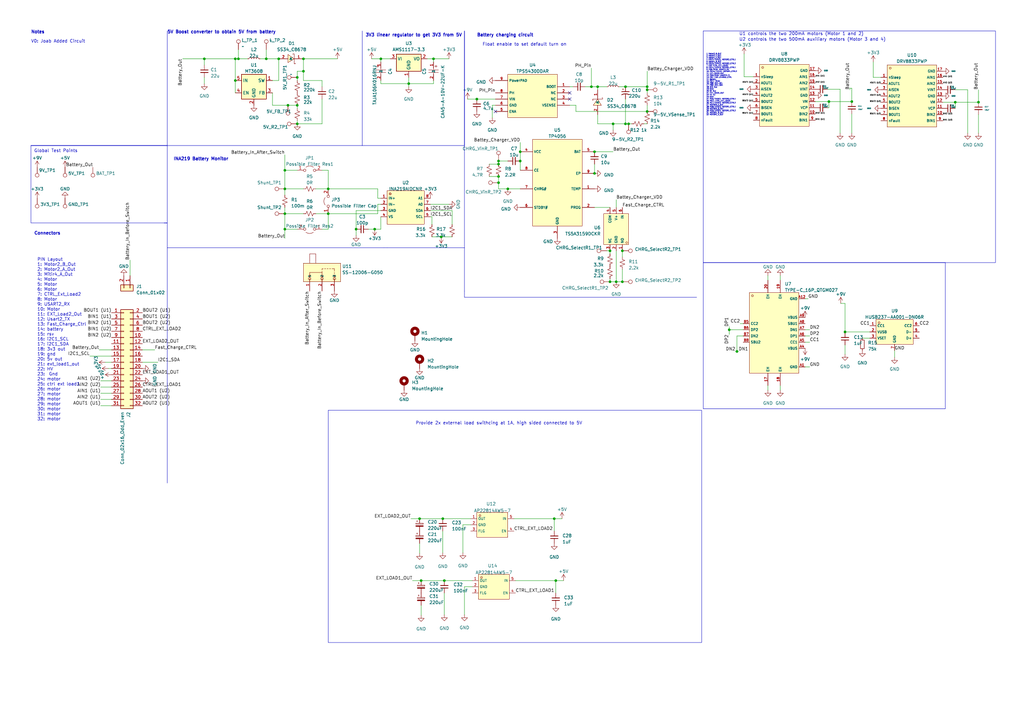
<source format=kicad_sch>
(kicad_sch (version 20230121) (generator eeschema)
  (paper "A3")
  (title_block (title "EEE3088F Micro Mouse Project") (date "2025-03-26") (rev "V0.0") (company "University Of Cape Town") (comment 3 "@author: Joab Kloppers: KLPJOA002") (comment 4 "@author: Alex Hillman: HLLALE010"))
  (junction (at 204.47 72.39))
  (junction (at 299.085 135.255))
  (junction (at 213.36 66.04))
  (junction (at 255.27 115.57))
  (junction (at 116.84 87.63))
  (junction (at 116.84 69.85))
  (junction (at 391.795 41.91))
  (junction (at 245.11 35.56))
  (junction (at 124.46 29.21))
  (junction (at 180.975 97.155))
  (junction (at 250.19 115.57))
  (junction (at 118.11 43.18))
  (junction (at 242.57 35.56))
  (junction (at 255.27 102.87))
  (junction (at 302.26 144.145))
  (junction (at 121.92 31.75))
  (junction (at 181.61 212.725))
  (junction (at 114.3 24.13))
  (junction (at 134.62 77.47))
  (junction (at 252.73 115.57))
  (junction (at 213.36 62.23))
  (junction (at 204.47 66.04))
  (junction (at 227.965 238.125))
  (junction (at 204.47 74.93))
  (junction (at 256.54 50.8))
  (junction (at 134.62 87.63))
  (junction (at 250.19 102.87))
  (junction (at 116.84 93.98))
  (junction (at 172.085 212.725))
  (junction (at 116.84 77.47))
  (junction (at 182.245 238.125))
  (junction (at 153.67 93.98))
  (junction (at 208.28 77.47))
  (junction (at 167.64 34.29))
  (junction (at 346.583 136.144))
  (junction (at 257.81 50.8))
  (junction (at 401.32 41.91))
  (junction (at 204.47 67.31))
  (junction (at 256.54 35.56))
  (junction (at 177.8 24.13))
  (junction (at 109.22 24.13))
  (junction (at 243.84 62.23))
  (junction (at 265.43 35.56))
  (junction (at 251.46 50.8))
  (junction (at 265.43 36.83))
  (junction (at 243.84 71.12))
  (junction (at 195.58 40.64))
  (junction (at 96.52 24.13))
  (junction (at 97.79 24.13))
  (junction (at 172.72 238.125))
  (junction (at 121.92 43.18))
  (junction (at 339.979 41.656))
  (junction (at 146.05 93.98))
  (junction (at 227.33 212.725))
  (junction (at 124.46 24.13))
  (junction (at 96.52 33.02))
  (junction (at 83.82 24.13))
  (junction (at 121.92 50.8))
  (junction (at 156.21 24.13))
  (junction (at 349.377 41.656))
  (junction (at 265.43 45.72))
  (no_connect (at 233.68 40.64))
  (no_connect (at 203.2 45.72))
  (no_connect (at 233.68 38.1))
  (wire (pts (xy 227.33 212.725) (xy 227.33 217.805)))
  (wire (pts (xy 358.14 31.75) (xy 361.315 31.75)))
  (wire (pts (xy 181.61 212.725) (xy 193.04 212.725)))
  (wire (pts (xy 256.54 50.8) (xy 257.81 50.8)))
  (wire (pts (xy 299.085 135.255) (xy 299.085 137.16)))
  (wire (pts (xy 349.377 36.195) (xy 349.377 41.656)))
  (wire (pts (xy 44.45 151.13) (xy 45.72 151.13)))
  (wire (pts (xy 348.615 36.195) (xy 349.377 36.195)))
  (wire (pts (xy 58.42 143.51) (xy 63.5 143.51)))
  (wire (pts (xy 349.377 46.736) (xy 349.377 54.61)))
  (wire (pts (xy 250.19 115.57) (xy 252.73 115.57)))
  (wire (pts (xy 156.21 81.28) (xy 154.94 81.28)))
  (wire (pts (xy 121.92 93.98) (xy 116.84 93.98)))
  (wire (pts (xy 314.96 160.02) (xy 314.96 158.115)))
  (wire (pts (xy 106.68 24.13) (xy 109.22 24.13)))
  (wire (pts (xy 134.62 87.63) (xy 134.62 93.98)))
  (wire (pts (xy 114.3 33.02) (xy 114.3 24.13)))
  (wire (pts (xy 146.05 86.36) (xy 146.05 93.98)))
  (wire (pts (xy 210.82 212.725) (xy 227.33 212.725)))
  (wire (pts (xy 236.22 43.18) (xy 233.68 43.18)))
  (wire (pts (xy 134.62 69.85) (xy 132.08 69.85)))
  (wire (pts (xy 299.085 133.985) (xy 299.085 135.255)))
  (wire (pts (xy 96.52 33.02) (xy 96.52 38.1)))
  (wire (pts (xy 242.57 27.94) (xy 242.57 35.56)))
  (wire (pts (xy 41.275 163.83) (xy 45.72 163.83)))
  (wire (pts (xy 346.583 136.398) (xy 346.583 136.144)))
  (wire (pts (xy 156.21 83.82) (xy 154.94 83.82)))
  (wire (pts (xy 339.979 44.196) (xy 339.979 41.656)))
  (wire (pts (xy 233.68 35.56) (xy 234.95 35.56)))
  (wire (pts (xy 255.27 105.41) (xy 255.27 102.87)))
  (wire (pts (xy 386.715 41.91) (xy 391.795 41.91)))
  (wire (pts (xy 132.08 33.02) (xy 124.46 33.02)))
  (wire (pts (xy 185.42 86.36) (xy 176.53 86.36)))
  (wire (pts (xy 245.11 35.56) (xy 245.11 36.83)))
  (wire (pts (xy 124.46 77.47) (xy 116.84 77.47)))
  (wire (pts (xy 348.615 36.83) (xy 348.615 36.195)))
  (polyline (pts (xy 158.75 101.6) (xy 190.5 101.6)))
  (wire (pts (xy 227.33 212.725) (xy 230.505 212.725)))
  (polyline (pts (xy 190.5 101.6) (xy 190.5 121.92)))
  (wire (pts (xy 40.64 143.51) (xy 45.72 143.51)))
  (wire (pts (xy 204.47 72.39) (xy 204.47 74.93)))
  (wire (pts (xy 134.62 77.47) (xy 134.62 69.85)))
  (wire (pts (xy 265.43 29.21) (xy 265.43 35.56)))
  (wire (pts (xy 177.165 88.9) (xy 176.53 88.9)))
  (wire (pts (xy 74.93 24.13) (xy 83.82 24.13)))
  (wire (pts (xy 320.04 160.02) (xy 320.04 158.115)))
  (wire (pts (xy 132.08 33.02) (xy 132.08 35.56)))
  (wire (pts (xy 401.32 36.83) (xy 401.32 41.91)))
  (wire (pts (xy 185.42 92.075) (xy 185.42 86.36)))
  (wire (pts (xy 134.62 77.47) (xy 129.54 77.47)))
  (wire (pts (xy 134.62 93.98) (xy 132.08 93.98)))
  (wire (pts (xy 330.2 150.495) (xy 332.105 150.495)))
  (wire (pts (xy 58.42 148.59) (xy 64.77 148.59)))
  (wire (pts (xy 189.865 215.265) (xy 189.865 226.695)))
  (wire (pts (xy 255.27 110.49) (xy 255.27 115.57)))
  (wire (pts (xy 302.895 144.145) (xy 302.26 144.145)))
  (wire (pts (xy 96.52 24.13) (xy 96.52 33.02)))
  (wire (pts (xy 184.15 83.82) (xy 176.53 83.82)))
  (wire (pts (xy 97.79 24.13) (xy 101.6 24.13)))
  (wire (pts (xy 330.2 135.255) (xy 332.105 135.255)))
  (wire (pts (xy 240.03 35.56) (xy 242.57 35.56)))
  (wire (pts (xy 175.26 24.13) (xy 177.8 24.13)))
  (wire (pts (xy 124.46 87.63) (xy 116.84 87.63)))
  (wire (pts (xy 208.28 66.04) (xy 204.47 66.04)))
  (wire (pts (xy 156.21 93.98) (xy 156.21 88.9)))
  (wire (pts (xy 177.8 24.13) (xy 177.8 25.4)))
  (wire (pts (xy 245.11 50.8) (xy 251.46 50.8)))
  (wire (pts (xy 251.46 50.8) (xy 256.54 50.8)))
  (wire (pts (xy 121.92 31.75) (xy 121.92 29.21)))
  (wire (pts (xy 152.4 24.13) (xy 156.21 24.13)))
  (wire (pts (xy 181.61 217.805) (xy 181.61 226.695)))
  (wire (pts (xy 154.94 83.82) (xy 154.94 87.63)))
  (wire (pts (xy 182.245 243.205) (xy 182.245 252.095)))
  (wire (pts (xy 396.875 36.83) (xy 396.875 54.61)))
  (wire (pts (xy 156.21 24.13) (xy 156.21 25.4)))
  (wire (pts (xy 124.46 24.13) (xy 124.46 29.21)))
  (wire (pts (xy 121.92 69.85) (xy 116.84 69.85)))
  (wire (pts (xy 109.22 20.32) (xy 109.22 24.13)))
  (wire (pts (xy 302.26 137.795) (xy 302.26 144.145)))
  (wire (pts (xy 41.275 156.21) (xy 45.72 156.21)))
  (wire (pts (xy 151.13 93.98) (xy 153.67 93.98)))
  (wire (pts (xy 116.84 93.98) (xy 116.84 87.63)))
  (wire (pts (xy 167.64 31.75) (xy 167.64 34.29)))
  (wire (pts (xy 250.19 115.57) (xy 250.19 114.3)))
  (wire (pts (xy 250.19 104.14) (xy 250.19 102.87)))
  (wire (pts (xy 208.28 77.47) (xy 204.47 77.47)))
  (wire (pts (xy 346.583 136.144) (xy 356.743 136.144)))
  (wire (pts (xy 264.16 50.8) (xy 265.43 50.8)))
  (wire (pts (xy 366.903 143.764) (xy 366.903 146.558)))
  (wire (pts (xy 124.46 33.02) (xy 124.46 29.21)))
  (wire (pts (xy 243.84 62.23) (xy 251.46 62.23)))
  (polyline (pts (xy 190.5 121.92) (xy 285.75 121.92)))
  (polyline (pts (xy 190.5 12.7) (xy 190.5 59.69)))
  (wire (pts (xy 167.64 34.29) (xy 167.64 35.56)))
  (wire (pts (xy 257.81 50.8) (xy 259.08 50.8)))
  (wire (pts (xy 236.22 45.72) (xy 236.22 43.18)))
  (wire (pts (xy 339.979 41.656) (xy 349.377 41.656)))
  (wire (pts (xy 111.76 43.18) (xy 111.76 38.1)))
  (wire (pts (xy 211.455 238.125) (xy 227.965 238.125)))
  (polyline (pts (xy 148.59 59.69) (xy 148.59 12.7)))
  (wire (pts (xy 265.43 43.18) (xy 265.43 45.72)))
  (wire (pts (xy 391.795 41.91) (xy 401.32 41.91)))
  (wire (pts (xy 301.625 144.145) (xy 302.26 144.145)))
  (wire (pts (xy 83.82 31.75) (xy 83.82 34.29)))
  (wire (pts (xy 200.66 67.31) (xy 204.47 67.31)))
  (wire (pts (xy 146.05 93.98) (xy 146.05 96.52)))
  (wire (pts (xy 109.22 24.13) (xy 114.3 24.13)))
  (polyline (pts (xy 190.5 59.69) (xy 190.5 101.6)))
  (wire (pts (xy 53.34 106.68) (xy 53.34 113.03)))
  (wire (pts (xy 156.21 34.29) (xy 167.64 34.29)))
  (wire (pts (xy 116.84 63.5) (xy 116.84 69.85)))
  (wire (pts (xy 124.46 29.21) (xy 121.92 29.21)))
  (wire (pts (xy 83.82 26.67) (xy 83.82 24.13)))
  (wire (pts (xy 172.72 248.285) (xy 172.72 252.349)))
  (polyline (pts (xy 157.48 101.6) (xy 68.58 101.6)))
  (wire (pts (xy 172.72 238.125) (xy 182.245 238.125)))
  (wire (pts (xy 201.93 48.26) (xy 201.93 43.18)))
  (polyline (pts (xy 68.58 59.69) (xy 148.59 59.69)))
  (wire (pts (xy 265.43 38.1) (xy 265.43 36.83)))
  (wire (pts (xy 227.965 238.125) (xy 227.965 243.205)))
  (wire (pts (xy 121.92 44.45) (xy 121.92 43.18)))
  (wire (pts (xy 83.82 24.13) (xy 96.52 24.13)))
  (wire (pts (xy 118.11 43.18) (xy 111.76 43.18)))
  (wire (pts (xy 156.21 33.02) (xy 156.21 34.29)))
  (wire (pts (xy 252.73 81.915) (xy 252.73 85.09)))
  (wire (pts (xy 265.43 36.83) (xy 265.43 35.56)))
  (wire (pts (xy 190.5 240.665) (xy 190.5 252.095)))
  (wire (pts (xy 200.66 72.39) (xy 204.47 72.39)))
  (wire (pts (xy 43.18 148.59) (xy 45.72 148.59)))
  (wire (pts (xy 121.92 31.75) (xy 121.92 33.02)))
  (wire (pts (xy 204.47 66.04) (xy 204.47 67.31)))
  (wire (pts (xy 242.57 35.56) (xy 245.11 35.56)))
  (wire (pts (xy 401.32 46.99) (xy 401.32 54.61)))
  (wire (pts (xy 339.471 44.196) (xy 339.979 44.196)))
  (wire (pts (xy 121.92 49.53) (xy 121.92 50.8)))
  (wire (pts (xy 302.26 137.795) (xy 304.8 137.795)))
  (wire (pts (xy 177.165 97.155) (xy 180.975 97.155)))
  (wire (pts (xy 182.245 238.125) (xy 193.675 238.125)))
  (wire (pts (xy 172.085 212.725) (xy 181.61 212.725)))
  (wire (pts (xy 111.76 33.02) (xy 114.3 33.02)))
  (polyline (pts (xy 148.59 59.69) (xy 190.5 59.69)))
  (wire (pts (xy 320.04 113.03) (xy 320.04 114.935)))
  (wire (pts (xy 201.93 43.18) (xy 203.2 43.18)))
  (wire (pts (xy 227.965 238.125) (xy 231.14 238.125)))
  (polyline (pts (xy 68.58 12.7) (xy 68.58 59.69)))
  (wire (pts (xy 245.11 35.56) (xy 248.92 35.56)))
  (wire (pts (xy 213.36 62.23) (xy 213.36 66.04)))
  (wire (pts (xy 116.84 77.47) (xy 116.84 80.01)))
  (wire (pts (xy 208.28 77.47) (xy 213.36 77.47)))
  (wire (pts (xy 168.529 212.725) (xy 172.085 212.725)))
  (wire (pts (xy 154.94 77.47) (xy 154.94 81.28)))
  (wire (pts (xy 154.94 87.63) (xy 134.62 87.63)))
  (wire (pts (xy 41.275 158.75) (xy 45.72 158.75)))
  (wire (pts (xy 146.05 86.36) (xy 156.21 86.36)))
  (wire (pts (xy 330.2 137.795) (xy 332.105 137.795)))
  (wire (pts (xy 344.551 36.576) (xy 344.551 54.61)))
  (wire (pts (xy 204.47 74.93) (xy 204.47 77.47)))
  (wire (pts (xy 346.583 141.478) (xy 346.583 145.288)))
  (wire (pts (xy 36.83 146.05) (xy 45.72 146.05)))
  (wire (pts (xy 191.77 40.64) (xy 195.58 40.64)))
  (wire (pts (xy 248.92 102.87) (xy 250.19 102.87)))
  (wire (pts (xy 116.84 93.98) (xy 116.84 97.79)))
  (wire (pts (xy 134.62 87.63) (xy 129.54 87.63)))
  (wire (pts (xy 156.21 24.13) (xy 160.02 24.13)))
  (wire (pts (xy 252.73 115.57) (xy 255.27 115.57)))
  (polyline (pts (xy 157.48 101.6) (xy 158.75 101.6)))
  (wire (pts (xy 236.22 45.72) (xy 265.43 45.72)))
  (wire (pts (xy 391.795 44.45) (xy 391.795 41.91)))
  (wire (pts (xy 189.865 215.265) (xy 193.04 215.265)))
  (wire (pts (xy 121.92 50.8) (xy 132.08 50.8)))
  (wire (pts (xy 190.5 240.665) (xy 193.675 240.665)))
  (wire (pts (xy 339.471 36.576) (xy 344.551 36.576)))
  (wire (pts (xy 344.805 124.46) (xy 346.583 124.46)))
  (wire (pts (xy 169.164 238.125) (xy 172.72 238.125)))
  (wire (pts (xy 177.8 24.13) (xy 184.15 24.13)))
  (wire (pts (xy 116.84 85.09) (xy 116.84 87.63)))
  (polyline (pts (xy 12.7 59.69) (xy 68.58 59.69)))
  (wire (pts (xy 41.275 161.29) (xy 45.72 161.29)))
  (wire (pts (xy 251.46 50.8) (xy 251.46 53.34)))
  (polyline (pts (xy 67.31 91.44) (xy 68.58 91.44)))
  (wire (pts (xy 153.67 93.98) (xy 156.21 93.98)))
  (wire (pts (xy 96.52 24.13) (xy 97.79 24.13)))
  (wire (pts (xy 177.8 34.29) (xy 177.8 33.02)))
  (wire (pts (xy 180.975 97.155) (xy 185.42 97.155)))
  (polyline (pts (xy 68.58 101.6) (xy 68.58 198.12)))
  (wire (pts (xy 252.73 102.87) (xy 252.73 115.57)))
  (wire (pts (xy 314.96 113.03) (xy 314.96 114.935)))
  (wire (pts (xy 124.46 24.13) (xy 138.43 24.13)))
  (wire (pts (xy 391.795 36.83) (xy 396.875 36.83)))
  (wire (pts (xy 303.53 132.715) (xy 304.8 132.715)))
  (wire (pts (xy 256.54 35.56) (xy 265.43 35.56)))
  (wire (pts (xy 132.08 40.64) (xy 132.08 50.8)))
  (wire (pts (xy 353.695 138.684) (xy 356.743 138.684)))
  (wire (pts (xy 213.36 58.42) (xy 213.36 62.23)))
  (wire (pts (xy 299.085 135.255) (xy 304.8 135.255)))
  (wire (pts (xy 243.84 67.31) (xy 243.84 71.12)))
  (wire (pts (xy 213.36 66.04) (xy 213.36 69.85)))
  (wire (pts (xy 116.84 69.85) (xy 116.84 77.47)))
  (wire (pts (xy 305.181 31.496) (xy 305.181 22.098)))
  (wire (pts (xy 308.991 31.496) (xy 305.181 31.496)))
  (polyline (pts (xy 190.5 59.69) (xy 190.5 12.7)))
  (wire (pts (xy 118.11 43.18) (xy 121.92 43.18)))
  (wire (pts (xy 154.94 77.47) (xy 134.62 77.47)))
  (wire (pts (xy 330.2 140.335) (xy 332.105 140.335)))
  (wire (pts (xy 41.275 166.37) (xy 45.72 166.37)))
  (wire (pts (xy 195.58 40.64) (xy 203.2 40.64)))
  (wire (pts (xy 177.165 92.075) (xy 177.165 88.9)))
  (wire (pts (xy 243.84 85.09) (xy 250.19 85.09)))
  (wire (pts (xy 97.79 20.32) (xy 97.79 24.13)))
  (polyline (pts (xy 68.58 101.6) (xy 68.58 91.44)))
  (wire (pts (xy 245.11 46.99) (xy 245.11 50.8)))
  (wire (pts (xy 334.391 41.656) (xy 339.979 41.656)))
  (wire (pts (xy 346.583 124.46) (xy 346.583 136.144)))
  (wire (pts (xy 167.64 34.29) (xy 177.8 34.29)))
  (wire (pts (xy 172.085 222.885) (xy 172.085 226.949)))
  (wire (pts (xy 254 35.56) (xy 256.54 35.56)))
  (wire (pts (xy 256.54 40.64) (xy 256.54 50.8)))
  (wire (pts (xy 330.2 122.555) (xy 331.47 122.555)))
  (wire (pts (xy 358.14 25.4) (xy 358.14 31.75)))
  (rectangle (start 12.7 59.69) (end 68.58 91.44))
  (arc (start 190.5 119.38) (mid 190.5 119.38) (end 190.5 119.38))
  (rectangle (start 134.62 168.275) (end 287.782 263.525))
  (rectangle (start 288.417 12.7) (end 408.305 107.696))
  (rectangle (start 288.417 107.696) (end 387.731 167.64))
  (text "5V Boost converter to obtain 5V from battery\n" (at 68.58 13.97 0) (effects (font (size 1.27 1.27) (thickness 0.254) bold) (justify left bottom)))
  (text "V0: Joab Added Circuit\n" (at 12.7 17.78 0) (effects (font (size 1.27 1.27)) (justify left bottom)))
  (text "1 Motor2_B_OUT\n2 Motor2_A_OUT\n3 Motor4_A_OUT\n4 PD12/TIM4C1 MOTOR2_CTRL1\n5 Motor4_B_OUT\n6 PD13/TIM4C2 MOTOR2_CTRL2\n7 PD2 CTRL_EXT_LOAD2\n8 PD14/TIM4C3 MOTOR4_CTRL1\n9 PD6/RESV USART2_RX\n10 PD15/TIM4C4 MOTOR4_CTRL2\n11 EXT_LOAD2_OUT\n12 PD5/RESV USART2_TX\n13 PB4 FAST_CHARGE_CTRL\n14 Battery\n15 PD7/ RESV\n16 PB8 I2C1_SCL\n17 PB9 I2C1_SDA\n18 3V3 Out\n19 GND\n20 5V Out\n21 EXT_LOAD1_OUT\n22 HV HV\n23 GND\n24 PC6/TIM3C1 MOTOR3_CTRL1\n25 PD11 CTRL_EXT_LOAD1\n26 PC7/TIM3C2 MOTOR3_CTRL2\n27 MOTOR3_A_OUT\n28 PC8/TIM3C3 MOTOR1_CTRL1\n29 MOTOR3_B_OUT\n30 PC9/TIM3C4 MOTOR1_CTRL2\n31 MOTOR1_B_OUT\n32 MOTOR1_A_OUT" (at 289.687 47.498 0) (effects (font (size 0.5 0.5)) (justify left bottom)))
  (text "Battery charging circuit\n" (at 195.58 15.24 0) (effects (font (size 1.27 1.27) (thickness 0.254) bold) (justify left bottom)))
  (text "PIN Layout\n1: Motor2_B_Out\n2: Motor2_A_Out\n3: Mitir4_A_Out\n4: Motor\n5: Motor\n6: Motor\n7: CTRL_Ext_Load2\n8: Motor\n9: USART2_RX\n10: Motor\n11: EXT_Load2_Out\n12: Usart2_TX\n13: Fast_Charge_Ctrl\n14: battery\n15: rsv\n16: i2C1_SCL\n17: i2C1_SDA\n18: 3v3 out\n19: gnd\n20: 5v out\n21: ext_load1_out\n22: HV\n23:	Gnd\n24: motor\n25: ctrl ext load1\n26: motor\n27: motor\n28: motor\n29: motor\n30: motor\n31: motor\n32: motor" (at 15.24 172.72 0) (effects (font (size 1.27 1.27)) (justify left bottom)))
  (text "INA219 Battery Monitor\n" (at 71.12 66.04 0) (effects (font (size 1.27 1.27) (thickness 0.254) bold) (justify left bottom)))
  (text "Float enable to set default turn on\n" (at 232.41 19.05 0) (effects (font (size 1.27 1.27)) (justify right bottom)))
  (text "Connectors" (at 13.97 96.52 0) (effects (font (size 1.27 1.27) bold) (justify left bottom)))
  (text "Provide 2x external load swithcing at 1A, high sided connected to 5V" (at 170.434 174.371 0) (effects (font (size 1.27 1.27)) (justify left bottom)))
  (text "U1 controls the two 200mA motors (Motor 1 and 2)\n" (at 303.149 14.732 0) (effects (font (size 1.27 1.27)) (justify left bottom)))
  (text "Global Test Points\n\n" (at 13.97 64.77 0) (effects (font (size 1.27 1.27)) (justify left bottom)))
  (text "U2 controls the two 500mA auxiliary motors (Motor 3 and 4)\n" (at 303.149 17.018 0) (effects (font (size 1.27 1.27)) (justify left bottom)))
  (text "3V3 linear regulator to get 3V3 from 5V\n" (at 149.86 15.24 0) (effects (font (size 1.27 1.27) (thickness 0.254) bold) (justify left bottom)))
  (text "Notes\n" (at 12.7 13.97 0) (effects (font (size 1.27 1.27) (thickness 0.254) bold) (justify left bottom)))
  (label "AIN2 (U1)" (at 334.391 34.036 0) (effects (font (size 0.5 0.5))))
  (label "CC2" (at 377.063 133.604 0))
  (label "DN1" (at 302.895 144.145 0))
  (label "GND" (at 332.105 150.495 0))
  (label "Battery_In_After_Switch" (at 127 119.38 270))
  (label "BIN1 (U1)" (at 334.391 49.276 0) (effects (font (size 0.5 0.5))))
  (label "AOUT2 (U2)" (at 361.315 39.37 180) (effects (font (size 0.5 0.5))))
  (label "AIN1 (U1)" (at 334.391 31.496 0) (effects (font (size 0.5 0.5))))
  (label "EXT_LOAD1_OUT" (at 58.42 153.67 0))
  (label "CTRL_EXT_LOAD2" (at 58.42 135.89 0))
  (label "PH_Pin" (at 203.2 38.1 180))
  (label "BOUT1 (U2)" (at 361.315 46.99 180) (effects (font (size 0.5 0.5))))
  (label "PH_Pin" (at 242.57 27.94 180))
  (label "AOUT1 (U1)" (at 41.275 166.37 180))
  (label "I2C1_SCL" (at 36.83 146.05 180))
  (label "EXT_LOAD2_OUT" (at 168.529 212.725 180))
  (label "AOUT1 (U2)" (at 58.42 161.29 0))
  (label "BOUT2 (U1)" (at 308.991 41.656 180) (effects (font (size 0.5 0.5))))
  (label "BIN1 (U2)" (at 386.715 49.53 0) (effects (font (size 0.5 0.5))))
  (label "BIN2 (U2)" (at 386.715 46.99 0) (effects (font (size 0.5 0.5))))
  (label "CC2" (at 303.53 132.715 180))
  (label "DP2" (at 299.085 137.16 270))
  (label "BOUT2 (U2)" (at 58.42 133.35 0))
  (label "CC1" (at 332.105 140.335 0))
  (label "DN2" (at 332.105 135.255 0))
  (label "BOUT1 (U2)" (at 58.42 130.81 0))
  (label "Battery_In_After_Switch" (at 116.84 63.5 180))
  (label "AIN1 (U1)" (at 41.275 161.29 180))
  (label "Battery_Out" (at 40.64 143.51 180))
  (label "BOUT1 (U1)" (at 308.991 46.736 180) (effects (font (size 0.5 0.5))))
  (label "EXT_LOAD1_OUT" (at 169.164 238.125 180))
  (label "BOUT1 (U1)" (at 45.72 128.27 180))
  (label "CC1" (at 356.743 133.604 180))
  (label "Fast_Charge_CTRL" (at 255.27 85.09 0))
  (label "GND" (at 331.47 122.555 0))
  (label "AIN2 (U2)" (at 386.715 34.29 0) (effects (font (size 0.5 0.5))))
  (label "AIN2 (U2)" (at 41.275 158.75 180))
  (label "Battery_Out" (at 251.46 62.23 0))
  (label "I2C1_SCL" (at 176.53 88.9 0))
  (label "Battey_Charger_VDD" (at 213.36 58.42 180))
  (label "CTRL_EXT_LOAD1" (at 58.42 158.75 0))
  (label "Battey_Charger_VDD" (at 265.43 29.21 0))
  (label "Battery_Out" (at 116.84 97.79 180))
  (label "AOUT2 (U1)" (at 308.991 39.116 180) (effects (font (size 0.5 0.5))))
  (label "Battery_Out" (at 38.1 68.58 180))
  (label "Battery_Out" (at 348.615 36.83 90))
  (label "AOUT1 (U1)" (at 308.991 34.036 180) (effects (font (size 0.5 0.5))))
  (label "AIN1 (U2)" (at 386.715 31.75 0) (effects (font (size 0.5 0.5))))
  (label "Battey_Charger_VDD" (at 252.73 81.915 0))
  (label "Battery_In_Before_Switch" (at 132.08 119.38 270))
  (label "Battery_In_Before_Switch" (at 53.34 106.68 90))
  (label "GND" (at 366.903 143.764 0))
  (label "Battery_Out" (at 401.32 36.83 90))
  (label "AOUT2 (U2)" (at 58.42 163.83 0))
  (label "CTRL_EXT_LOAD1" (at 211.455 243.205 0))
  (label "I2C1_SDA" (at 64.77 148.59 0))
  (label "DP1" (at 299.085 133.985 90))
  (label "DN2" (at 301.625 144.145 180))
  (label "I2C1_SDA" (at 176.53 86.36 0))
  (label "Battery_Out" (at 74.93 24.13 270))
  (label "BIN2 (U1)" (at 334.391 46.736 0) (effects (font (size 0.5 0.5))))
  (label "DP2" (at 332.105 137.795 0))
  (label "AOUT1 (U2)" (at 361.315 34.29 180) (effects (font (size 0.5 0.5))))
  (label "AIN2 (U1)" (at 41.275 163.83 180))
  (label "BIN2 (U1)" (at 45.72 133.35 180))
  (label "CTRL_EXT_LOAD2" (at 210.82 217.805 0))
  (label "BIN2 (U2)" (at 45.72 138.43 180))
  (label "BIN1 (U1)" (at 45.72 130.81 180))
  (label "BIN1 (U2)" (at 45.72 135.89 180))
  (label "Fast_Charge_CTRL" (at 63.5 143.51 0))
  (label "EXT_LOAD2_OUT" (at 58.42 140.97 0))
  (label "BOUT2 (U1)" (at 58.42 128.27 0))
  (label "AIN1 (U2)" (at 41.275 156.21 180))
  (label "BOUT2 (U2)" (at 361.315 41.91 180) (effects (font (size 0.5 0.5))))
  (label "AOUT2 (U1)" (at 58.42 166.37 0))
  (symbol (lib_id "power:+5V") (at 152.4 24.13 0) (unit 1)
    (property "Reference" "#PWR016" (effects hide))
    (property "Value" "+5V" (at 152.4 20.32 0))
  )
  (symbol (lib_id "power:GND") (at 167.64 35.56 0) (unit 1)
    (property "Reference" "#PWR018" (effects hide))
    (property "Value" "GND" (at 167.64 40.64 0))
  )
  (symbol (lib_id "Device:C_Polarized_Small_US") (at 256.54 38.1 0) (unit 1)
    (property "Reference" "C10" (at 259.08 37.0332 0) (effects (justify left)))
    (property "Value" "220u" (at 257.81 39.37 0) (effects (justify left)))
    (property "Footprint" "Capacitor_SMD:C_Elec_6.3x7.7" (effects hide))
    (property "LCSC" "C19100600" (effects hide))
  )
  (symbol (lib_id "JLC-TPS5430DDAR:TPS5430DDAR") (at 218.44 39.37 0) (mirror y) (unit 1)
    (property "Reference" "U4" (at 218.44 26.67 0))
    (property "Value" "TPS5430DDAR" (at 218.44 29.21 0))
    (property "Footprint" "JLCPCB:ESOP-8_L4.9-W3.9-P1.27-LS6.0-TL-EP" (effects hide))
    (property "Datasheet" "https://cn.bing.com/search?q=datasheet： CS5082E" (effects hide))
    (property "LCSC" "C9864" (effects hide))
  )
  (symbol (lib_id "power:+3V3") (at 43.18 148.59 90) (unit 1)
    (property "Reference" "#PWR05" (effects hide))
    (property "Value" "+3V3" (at 39.37 148.59 0))
  )
  (symbol (lib_id "Connector:TestPoint") (at 204.47 74.93 90) (mirror x) (unit 1)
    (property "Reference" "CHRG_VinR_TP2" (at 205.74 78.74 90) (effects (justify left)))
    (property "Value" "TestPoint" (effects hide))
    (property "Footprint" "TestPoint:TestPoint_Pad_2.5x2.5mm" (effects hide))
  )
  (symbol (lib_id "Connector:TestPoint") (at 121.92 31.75 90) (unit 1)
    (property "Reference" "5V_R1_TP1" (at 116.84 31.75 0))
    (property "Value" "~" (at 119.38 30.48 90))
    (property "Footprint" "TestPoint:TestPoint_Pad_2.5x2.5mm" (effects hide))
  )
  (symbol (lib_id "JLC-Switch:SS-12D06-G050") (at 132.08 111.76 0) (unit 1)
    (property "Reference" "U11" (at 140.335 109.22 0) (effects (justify left)))
    (property "Value" "SS-12D06-G050" (at 140.335 111.76 0) (effects (justify left)))
    (property "Footprint" "JLCPCB:SW-TH_3P-P4.70_SS-12D06-G050" (effects hide))
    (property "Datasheet" "https://atta.szlcsc.com/upload/public/pdf/source/20230915/62770FED7A7C5A08D3E9F9C8FE01EA01.pdf" (effects hide))
    (property "LCSC" "C17179521" (effects hide))
  )
  (symbol (lib_id "Device:R_Small_US") (at 261.62 50.8 90) (unit 1)
    (property "Reference" "R12" (at 260.35 53.34 90))
    (property "Value" "1k" (at 264.16 53.34 90))
    (property "Footprint" "Resistor_SMD:R_0402_1005Metric_Pad0.72x0.64mm_HandSolder" (effects hide))
    (property "LCSC" "C11702" (effects hide))
  )
  (symbol (lib_id "power:GND") (at 227.33 222.885 0) (unit 1)
    (property "Reference" "#PWR068" (effects hide))
    (property "Value" "GND" (at 227.33 228.473 0))
  )
  (symbol (lib_id "power:GND") (at 203.2 33.02 270) (unit 1)
    (property "Reference" "#PWR025" (effects hide))
    (property "Value" "GND" (at 199.39 33.655 90) (effects (justify right)))
  )
  (symbol (lib_id "power:GND") (at 386.715 29.21 90) (unit 1)
    (property "Reference" "#PWR054" (effects hide))
    (property "Value" "GND" (at 390.271 29.21 90) (effects (font (size 0.5 0.5)) (justify right)))
  )
  (symbol (lib_id "Device:C_Small") (at 237.49 35.56 90) (unit 1)
    (property "Reference" "C8" (at 237.4963 30.48 90))
    (property "Value" "10p" (at 237.4963 33.02 90))
    (property "Footprint" "Capacitor_SMD:C_0603_1608Metric_Pad1.08x0.95mm_HandSolder" (effects hide))
    (property "LCSC" "C1634" (effects hide))
  )
  (symbol (lib_id "Device:C_Small") (at 181.61 215.265 180) (unit 1)
    (property "Reference" "C23" (at 185.293 214.3696 0) (effects (justify right)))
    (property "Value" "100nF" (at 185.293 216.9096 0) (effects (justify right)))
    (property "Footprint" "Capacitor_SMD:C_0402_1005Metric_Pad0.74x0.62mm_HandSolder" (effects hide))
    (property "LCSC" "C1525" (effects hide))
  )
  (symbol (lib_id "JLC-SS34:SS34_C8678") (at 119.38 24.13 180) (unit 1)
    (property "Reference" "D1" (at 119.634 17.78 0))
    (property "Value" "SS34_C8678" (at 119.634 20.32 0))
    (property "Footprint" "JLCPCB:SMA_L4.3-W2.6-LS5.2-RD" (effects hide))
    (property "Datasheet" "https://item.szlcsc.com/34721.html" (effects hide))
    (property "LCSC" "C8678" (effects hide))
  )
  (symbol (lib_id "power:GND") (at 401.32 54.61 0) (unit 1)
    (property "Reference" "#PWR057" (effects hide))
    (property "Value" "GND" (at 401.32 59.436 0))
  )
  (symbol (lib_id "power:+9V") (at 330.2 130.175 0) (unit 1)
    (property "Reference" "#PWR060" (effects hide))
    (property "Value" "+9V" (at 330.2 126.365 0))
  )
  (symbol (lib_id "power:GND") (at 314.96 113.03 180) (unit 1)
    (property "Reference" "#PWR039" (effects hide))
    (property "Value" "GND" (at 314.96 109.474 0))
  )
  (symbol (lib_id "Mechanical:MountingHole_Pad") (at 170.18 137.16 0) (unit 1)
    (property "Reference" "H1" (at 172.72 136.525 0) (effects (justify left)))
    (property "Value" "MountingHole" (at 172.72 139.065 0) (effects (justify left)))
    (property "Footprint" "MountingHole:MountingHole_3.2mm_M3_DIN965_Pad" (effects hide))
  )
  (symbol (lib_id "power:GND") (at 344.551 54.61 0) (unit 1)
    (property "Reference" "#PWR046" (effects hide))
    (property "Value" "GND" (at 344.551 59.436 0))
  )
  (symbol (lib_id "power:GND") (at 181.61 226.695 0) (unit 1)
    (property "Reference" "#PWR061" (effects hide))
    (property "Value" "GND" (at 181.61 232.283 0))
  )
  (symbol (lib_id "power:GND") (at 184.15 83.82 90) (unit 1)
    (property "Reference" "#PWR021" (effects hide))
    (property "Value" "GND" (at 187.96 83.82 0))
  )
  (symbol (lib_id "power:GND") (at 396.875 54.61 0) (unit 1)
    (property "Reference" "#PWR056" (effects hide))
    (property "Value" "GND" (at 396.875 59.436 0))
  )
  (symbol (lib_id "power:+5V") (at 230.505 212.725 0) (unit 1)
    (property "Reference" "#PWR072" (effects hide))
    (property "Value" "+5V" (at 230.505 208.915 0))
  )
  (symbol (lib_id "TP4056:TP4056") (at 228.6 77.47 0) (unit 1)
    (property "Reference" "U5" (at 228.6 53.34 0))
    (property "Value" "TP4056" (at 228.6 55.88 0))
    (property "Footprint" "JLCPCB:ESOP-8_L4.9-W3.9-P1.27-LS6.0-BL-EP" (effects hide))
    (property "Datasheet" "https://www.mornsun.cn/html/pdf/SCM1501B.html" (effects hide))
    (property "LCSC" "C16581" (effects hide))
  )
  (symbol (lib_id "power:+9V") (at 344.805 124.46 0) (unit 1)
    (property "Reference" "#PWR058" (effects hide))
    (property "Value" "+9V" (at 344.805 120.65 0))
  )
  (symbol (lib_id "Connector:TestPoint") (at 38.1 68.58 0) (mirror x) (unit 1)
    (property "Reference" "BAT_TP1" (at 39.37 71.12 0) (effects (justify left)))
    (property "Value" "BAT TP" (effects hide))
    (property "Footprint" "TestPoint:TestPoint_Pad_2.5x2.5mm" (effects hide))
  )
  (symbol (lib_id "Connector:TestPoint") (at 257.81 50.8 180) (unit 1)
    (property "Reference" "9-5V_R2_TP1" (at 264.16 57.15 0) (effects (justify left)))
    (property "Value" "9-5V R2 TP" (effects hide))
    (property "Footprint" "TestPoint:TestPoint_Pad_2.5x2.5mm" (effects hide))
  )
  (symbol (lib_id "Device:C_Small") (at 401.32 44.45 0) (unit 1)
    (property "Reference" "C17" (at 403.86 43.8213 0) (effects (font (size 0.5 0.5)) (justify left)))
    (property "Value" "10uF" (at 403.86 45.0913 0) (effects (font (size 0.5 0.5)) (justify left)))
    (property "Footprint" "Capacitor_SMD:C_0603_1608Metric_Pad1.08x0.95mm_HandSolder" (effects hide))
    (property "LCSC" "C19702" (effects hide))
  )
  (symbol (lib_id "power:GND") (at 137.16 119.38 0) (unit 1)
    (property "Reference" "#PWR067" (effects hide))
    (property "Value" "GND" (at 137.16 123.19 0))
  )
  (symbol (lib_id "power:GND") (at 58.42 151.13 90) (unit 1)
    (property "Reference" "#PWR09" (effects hide))
    (property "Value" "GND" (at 63.5 151.13 0))
  )
  (symbol (lib_id "JLC-TAJA106K016RNJ:TAJA106K016RNJ") (at 156.21 29.21 90) (unit 1)
    (property "Reference" "C4" (at 160.02 27.94 0) (effects (justify right)))
    (property "Value" "TAJA106K016RNJ" (at 153.67 26.67 0) (effects (justify right)))
    (property "Footprint" "JLCPCB:CAP-SMD_L3.2-W1.6-RD-C7171" (effects hide))
    (property "Datasheet" "https://item.szlcsc.com/210648.html" (effects hide))
    (property "LCSC" "C7171" (effects hide))
    (property "Data" "10u" (effects hide))
  )
  (symbol (lib_id "power:GND") (at 170.18 139.7 0) (unit 1)
    (property "Reference" "#PWR037" (effects hide))
    (property "Value" "GND" (at 170.18 143.51 0))
  )
  (symbol (lib_id "Device:R_Small_US") (at 121.92 46.99 0) (unit 1)
    (property "Reference" "R4" (at 124.46 46.355 0) (effects (justify left)))
    (property "Value" "33k" (at 124.46 48.895 0) (effects (justify left)))
    (property "Footprint" "Resistor_SMD:R_0402_1005Metric_Pad0.72x0.64mm_HandSolder" (effects hide))
    (property "LCSC" "C25779" (effects hide))
  )
  (symbol (lib_id "power:GND") (at 189.865 226.695 0) (unit 1)
    (property "Reference" "#PWR063" (effects hide))
    (property "Value" "GND" (at 189.865 232.029 0))
  )
  (symbol (lib_id "Device:R_Small_US") (at 121.92 40.64 0) (unit 1)
    (property "Reference" "R3" (at 124.46 40.005 0) (effects (justify left)))
    (property "Value" "22k" (at 124.46 41.91 0) (effects (justify left)))
    (property "Footprint" "Resistor_SMD:R_0603_1608Metric_Pad0.98x0.95mm_HandSolder" (effects hide))
    (property "LCSC" "C31850" (effects hide))
  )
  (symbol (lib_id "Device:R_Small_US") (at 185.42 94.615 0) (mirror y) (unit 1)
    (property "Reference" "R17" (at 182.88 93.98 0) (effects (justify left)))
    (property "Value" "3.3k" (at 182.88 96.52 0) (effects (justify left)))
    (property "Footprint" "Resistor_SMD:R_0402_1005Metric_Pad0.72x0.64mm_HandSolder" (effects hide))
    (property "LCSC" "C25890" (effects hide))
  )
  (symbol (lib_id "Connector:TestPoint") (at 15.24 68.58 180) (unit 1)
    (property "Reference" "9V_TP1" (at 22.86 69.85 0) (effects (justify left)))
    (property "Value" "9V TP" (effects hide))
    (property "Footprint" "TestPoint:TestPoint_Pad_2.5x2.5mm" (effects hide))
  )
  (symbol (lib_id "Connector:TestPoint") (at 15.24 81.28 0) (mirror x) (unit 1)
    (property "Reference" "3V3_TP1" (at 16.51 83.82 0) (effects (justify left)))
    (property "Value" "3V3 TP" (effects hide))
    (property "Footprint" "TestPoint:TestPoint_Pad_2.5x2.5mm" (effects hide))
  )
  (symbol (lib_id "Device:C_Small") (at 148.59 93.98 270) (unit 1)
    (property "Reference" "C3" (at 148.5836 88.9 90))
    (property "Value" "100p" (at 148.5836 91.44 90))
    (property "Footprint" "Capacitor_SMD:C_0603_1608Metric_Pad1.08x0.95mm_HandSolder" (effects hide))
    (property "LCSC" "C14858" (effects hide))
  )
  (symbol (lib_id "power:GND") (at 346.583 145.288 0) (unit 1)
    (property "Reference" "#PWR047" (effects hide))
    (property "Value" "GND" (at 346.583 150.368 0))
  )
  (symbol (lib_id "Device:C_Small") (at 243.84 64.77 180) (unit 1)
    (property "Reference" "C9" (at 246.38 64.1286 0) (effects (justify right)))
    (property "Value" "10u" (at 246.38 66.6686 0) (effects (justify right)))
    (property "Footprint" "Capacitor_SMD:C_0603_1608Metric_Pad1.08x0.95mm_HandSolder" (effects hide))
    (property "LCSC" "C19702" (effects hide))
  )
  (symbol (lib_id "power:GND") (at 349.377 54.61 0) (unit 1)
    (property "Reference" "#PWR048" (effects hide))
    (property "Value" "GND" (at 349.377 59.436 0))
  )
  (symbol (lib_id "Device:R_Small_US") (at 116.84 82.55 180) (unit 1)
    (property "Reference" "R1" (at 119.38 81.915 0) (effects (justify right)))
    (property "Value" "100m" (at 119.38 84.455 0) (effects (justify right)))
    (property "Footprint" "Resistor_SMD:R_1206_3216Metric_Pad1.30x1.75mm_HandSolder" (effects hide))
    (property "LCSC" "C7467250" (effects hide))
  )
  (symbol (lib_id "Device:R_Small_US") (at 265.43 40.64 0) (unit 1)
    (property "Reference" "R13" (at 267.97 40.005 0) (effects (justify left)))
    (property "Value" "10k" (at 267.97 42.545 0) (effects (justify left)))
    (property "Footprint" "Resistor_SMD:R_0402_1005Metric_Pad0.72x0.64mm_HandSolder" (effects hide))
    (property "LCSC" "C25744" (effects hide))
  )
  (symbol (lib_id "power:+3V3") (at 15.24 81.28 0) (mirror y) (unit 1)
    (property "Reference" "#PWR03" (effects hide))
    (property "Value" "+3V3" (at 15.24 77.47 0))
  )
  (symbol (lib_id "Connector:TestPoint") (at 255.27 115.57 270) (unit 1)
    (property "Reference" "CHRG_SelectR2_TP2" (at 260.35 114.935 90) (effects (justify left)))
    (property "Value" "TestPoint" (effects hide))
    (property "Footprint" "TestPoint:TestPoint_Pad_2.5x2.5mm" (effects hide))
  )
  (symbol (lib_id "power:+5V") (at 26.67 68.58 0) (mirror y) (unit 1)
    (property "Reference" "#PWR02" (effects hide))
    (property "Value" "+5V" (at 26.67 64.77 0))
  )
  (symbol (lib_id "power:+3V3") (at 305.181 22.098 0) (unit 1)
    (property "Reference" "#PWR034" (effects hide))
    (property "Value" "+3V3" (at 305.435 18.415 0))
  )
  (symbol (lib_id "Device:C_Small") (at 195.58 43.18 180) (unit 1)
    (property "Reference" "C6" (at 198.12 42.5386 0) (effects (justify right)))
    (property "Value" "4.7u" (at 198.12 44.45 0) (effects (justify right)))
    (property "Footprint" "Capacitor_SMD:C_0603_1608Metric_Pad1.08x0.95mm_HandSolder" (effects hide))
    (property "LCSC" "C19666" (effects hide))
  )
  (symbol (lib_id "Device:C_Small") (at 336.931 36.576 90) (unit 1)
    (property "Reference" "C11" (at 338.201 35.306 90) (effects (font (size 0.5 0.5))))
    (property "Value" "2.2uF" (at 338.709 36.068 90) (effects (font (size 0.5 0.5))))
    (property "Footprint" "Capacitor_SMD:C_0402_1005Metric_Pad0.74x0.62mm_HandSolder" (effects hide))
    (property "LCSC" "C12530" (effects hide))
  )
  (symbol (lib_id "Connector:TestPoint") (at 121.92 50.8 90) (unit 1)
    (property "Reference" "5V_R2_TP1" (at 113.03 52.07 90))
    (property "Value" "5V R2 TP" (effects hide))
    (property "Footprint" "TestPoint:TestPoint_Pad_2.5x2.5mm" (effects hide))
  )
  (symbol (lib_id "DRV8833_NEW:DRV8833PWP") (at 321.691 39.116 0) (unit 1)
    (property "Reference" "U8" (at 321.691 22.098 0))
    (property "Value" "DRV8833PWP" (at 321.691 24.638 0))
    (property "Footprint" "JLCPCB:TSSOP-16_L5.0-W4.4-P0.65-LS6.4-BL-EP" (effects hide))
    (property "Datasheet" "https://item.szlcsc.com/109073.html" (effects hide))
    (property "LCSC" "C50506" (effects hide))
  )
  (symbol (lib_id "power:GND") (at 58.42 156.21 90) (unit 1)
    (property "Reference" "#PWR010" (effects hide))
    (property "Value" "GND" (at 63.5 156.21 0))
  )
  (symbol (lib_id "Device:R_Small_US") (at 177.165 94.615 0) (mirror y) (unit 1)
    (property "Reference" "R16" (at 174.625 93.98 0) (effects (justify left)))
    (property "Value" "3.3k" (at 174.625 96.52 0) (effects (justify left)))
    (property "Footprint" "Resistor_SMD:R_0402_1005Metric_Pad0.72x0.64mm_HandSolder" (effects hide))
    (property "LCSC" "C25890" (effects hide))
  )
  (symbol (lib_id "Device:C_Small") (at 132.08 38.1 0) (unit 1)
    (property "Reference" "C2" (at 134.62 37.4713 0) (effects (justify left)))
    (property "Value" "22u" (at 134.62 40.0113 0) (effects (justify left)))
    (property "Footprint" "Capacitor_SMD:C_1206_3216Metric_Pad1.33x1.80mm_HandSolder" (effects hide))
    (property "LCSC" "C12891" (effects hide))
  )
  (symbol (lib_id "Connector:TestPoint") (at 116.84 77.47 90) (unit 1)
    (property "Reference" "Shunt_TP1" (at 110.49 74.93 90))
    (property "Value" "TestPoint" (effects hide))
    (property "Footprint" "TestPoint:TestPoint_Pad_2.5x2.5mm" (effects hide))
  )
  (symbol (lib_id "power:GND") (at 146.05 96.52 0) (unit 1)
    (property "Reference" "#PWR015" (effects hide))
    (property "Value" "GND" (at 146.05 100.33 0))
  )
  (symbol (lib_id "power:GND") (at 251.46 53.34 0) (unit 1)
    (property "Reference" "#PWR031" (effects hide))
    (property "Value" "GND" (at 247.65 54.61 0))
  )
  (symbol (lib_id "power:+5V") (at 44.45 151.13 90) (unit 1)
    (property "Reference" "#PWR06" (effects hide))
    (property "Value" "+5V" (at 40.64 151.13 0))
  )
  (symbol (lib_id "HUSB237_NEW:HUSB237-AA001-DN06R") (at 366.903 136.144 0) (unit 1)
    (property "Reference" "U9" (at 366.903 127.508 0))
    (property "Value" "HUSB237-AA001-DN06R" (at 366.903 130.048 0))
    (property "Footprint" "JLCPCB:TDFN-6_L2.0-W2.0-P0.65-TL-EP" (effects hide))
    (property "Datasheet" "https://item.szlcsc.com/361742.html" (effects hide))
    (property "LCSC" "C22373734" (effects hide))
  )
  (symbol (lib_id "Device:C_Small") (at 389.255 36.83 90) (unit 1)
    (property "Reference" "C15" (at 390.525 35.56 90) (effects (font (size 0.5 0.5))))
    (property "Value" "2.2uF" (at 391.033 36.322 90) (effects (font (size 0.5 0.5))))
    (property "Footprint" "Capacitor_SMD:C_0402_1005Metric_Pad0.74x0.62mm_HandSolder" (effects hide))
    (property "LCSC" "C12530" (effects hide))
  )
  (symbol (lib_id "Jumper:Jumper_2_Open") (at 134.62 82.55 90) (unit 1)
    (property "Reference" "JP3" (at 135.89 81.915 90) (effects (justify right)))
    (property "Value" "Possible Filter Cap " (at 135.89 84.455 90) (effects (justify right)))
    (property "Footprint" "Jumper:SolderJumper-2_P1.3mm_Open_Pad1.0x1.5mm" (effects hide))
  )
  (symbol (lib_id "Regulator_Linear:AMS1117-3.3") (at 167.64 24.13 0) (unit 1)
    (property "Reference" "U3" (at 167.64 17.78 0))
    (property "Value" "AMS1117-3.3" (at 167.64 20.32 0))
    (property "Footprint" "Package_TO_SOT_SMD:SOT-223-3_TabPin2" (effects hide))
    (property "Datasheet" "http://www.advanced-monolithic.com/pdf/ds1117.pdf" (effects hide))
    (property "LCSC" "C6186" (effects hide))
  )
  (symbol (lib_id "Device:R_Small_US") (at 127 77.47 90) (unit 1)
    (property "Reference" "R5" (at 127 72.39 90))
    (property "Value" "0R" (at 127 74.93 90))
    (property "Footprint" "Resistor_SMD:R_0603_1608Metric_Pad0.98x0.95mm_HandSolder" (effects hide))
    (property "LCSC" "C21189" (effects hide))
  )
  (symbol (lib_id "power:GND") (at 243.84 77.47 90) (unit 1)
    (property "Reference" "#PWR030" (effects hide))
    (property "Value" "GND" (at 247.65 78.105 90) (effects (justify right)))
  )
  (symbol (lib_id "power:GND") (at 308.991 36.576 270) (unit 1)
    (property "Reference" "#PWR035" (effects hide))
    (property "Value" "GND" (at 304.927 36.576 90) (effects (font (size 0.5 0.5)) (justify right)))
  )
  (symbol (lib_id "DRV8833_NEW:DRV8833PWP") (at 374.015 39.37 0) (unit 1)
    (property "Reference" "U10" (at 374.015 22.606 0))
    (property "Value" "DRV8833PWP" (at 374.015 25.146 0))
    (property "Footprint" "JLCPCB:TSSOP-16_L5.0-W4.4-P0.65-LS6.4-BL-EP" (effects hide))
    (property "Datasheet" "https://item.szlcsc.com/109073.html" (effects hide))
    (property "LCSC" "C50506" (effects hide))
  )
  (symbol (lib_id "Connector_Generic:Conn_01x02") (at 53.34 118.11 270) (unit 1)
    (property "Reference" "J1" (at 55.88 117.475 90) (effects (justify left)))
    (property "Value" "Conn_01x02" (at 55.88 120.015 90) (effects (justify left)))
    (property "Footprint" "Connector_JST:JST_PH_S2B-PH-K_1x02_P2.00mm_Horizontal" (effects hide))
  )
  (symbol (lib_id "Device:R_Small_US") (at 204.47 69.85 0) (unit 1)
    (property "Reference" "R8" (at 207.01 69.215 0) (effects (justify left)))
    (property "Value" "2.2R" (at 207.01 71.755 0) (effects (justify left)))
    (property "Footprint" "Resistor_SMD:R_0603_1608Metric_Pad0.98x0.95mm_HandSolder" (effects hide))
    (property "LCSC" "C22939" (effects hide))
  )
  (symbol (lib_id "Device:C_Small") (at 210.82 66.04 90) (unit 1)
    (property "Reference" "C7" (at 210.8263 60.96 90))
    (property "Value" "10u" (at 210.8263 63.5 90))
    (property "Footprint" "Capacitor_SMD:C_0603_1608Metric_Pad1.08x0.95mm_HandSolder" (effects hide))
    (property "LCSC" "C19702" (effects hide))
  )
  (symbol (lib_id "power:+5V") (at 138.43 24.13 0) (unit 1)
    (property "Reference" "#PWR014" (effects hide))
    (property "Value" "+5V" (at 138.43 20.32 0))
  )
  (symbol (lib_id "Device:R_Small_US") (at 127 87.63 90) (unit 1)
    (property "Reference" "R6" (at 127 82.55 90))
    (property "Value" "0R" (at 127 85.09 90))
    (property "Footprint" "Resistor_SMD:R_0603_1608Metric_Pad0.98x0.95mm_HandSolder" (effects hide))
    (property "LCSC" "C21189" (effects hide))
  )
  (symbol (lib_id "Device:C_Small") (at 346.583 138.938 180) (unit 1)
    (property "Reference" "C13" (at 350.139 138.2966 0) (effects (justify right)))
    (property "Value" "1uF" (at 350.139 140.8366 0) (effects (justify right)))
    (property "Footprint" "Capacitor_SMD:C_0402_1005Metric_Pad0.74x0.62mm_HandSolder" (effects hide))
    (property "LCSC" "C52923" (effects hide))
  )
  (symbol (lib_id "power:+3V3") (at 176.53 81.28 0) (unit 1)
    (property "Reference" "#PWR019" (effects hide))
    (property "Value" "+3V3" (at 176.53 77.47 0))
  )
  (symbol (lib_id "Connector:TestPoint") (at 109.22 20.32 0) (unit 1)
    (property "Reference" "L_TP_2" (at 110.49 16.51 0) (effects (justify left)))
    (property "Value" "~" (at 110.49 16.51 0) (effects (justify left)))
    (property "Footprint" "TestPoint:TestPoint_Pad_2.5x2.5mm" (effects hide))
  )
  (symbol (lib_id "power:GND") (at 50.8 113.03 180) (unit 1)
    (property "Reference" "#PWR08" (effects hide))
    (property "Value" "GND" (at 50.8 109.22 0))
  )
  (symbol (lib_id "power:+3V3") (at 153.67 93.98 180) (unit 1)
    (property "Reference" "#PWR017" (effects hide))
    (property "Value" "+3V3" (at 153.67 97.79 0))
  )
  (symbol (lib_id "Device:C_Polarized_Small") (at 172.72 245.745 0) (unit 1)
    (property "Reference" "C31" (at 176.022 244.5639 0) (effects (justify left)))
    (property "Value" "220uF" (at 176.022 247.1039 0) (effects (justify left)))
    (property "Footprint" "Capacitor_SMD:C_Elec_6.3x7.7" (effects hide))
    (property "LCSC" "C19100600" (effects hide))
  )
  (symbol (lib_id "power:+5V") (at 231.14 238.125 0) (unit 1)
    (property "Reference" "#PWR077" (effects hide))
    (property "Value" "+5V" (at 231.14 234.315 0))
  )
  (symbol (lib_id "Device:R_Small_US") (at 200.66 69.85 0) (mirror y) (unit 1)
    (property "Reference" "R7" (at 198.12 69.215 0) (effects (justify left)))
    (property "Value" "4.7R" (at 198.12 71.755 0) (effects (justify left)))
    (property "Footprint" "Resistor_SMD:R_0603_1608Metric_Pad0.98x0.95mm_HandSolder" (effects hide))
    (property "LCSC" "C23164" (effects hide))
  )
  (symbol (lib_id "power:GND") (at 308.991 44.196 270) (unit 1)
    (property "Reference" "#PWR036" (effects hide))
    (property "Value" "GND" (at 304.927 44.196 90) (effects (font (size 0.5 0.5)) (justify right)))
  )
  (symbol (lib_id "Device:R_Small_US") (at 250.19 106.68 0) (mirror y) (unit 1)
    (property "Reference" "R9" (at 247.65 106.045 0) (effects (justify left)))
    (property "Value" "3.3k" (at 247.65 108.585 0) (effects (justify left)))
    (property "Footprint" "Resistor_SMD:R_0402_1005Metric_Pad0.72x0.64mm_HandSolder" (effects hide))
    (property "LCSC" "C25890" (effects hide))
  )
  (symbol (lib_id "Connector:TestPoint") (at 265.43 36.83 270) (unit 1)
    (property "Reference" "9-5V_R1_TP1" (at 267.97 34.29 90) (effects (justify left)))
    (property "Value" "9-5V R1 TP" (effects hide))
    (property "Footprint" "TestPoint:TestPoint_Pad_2.5x2.5mm" (effects hide))
  )
  (symbol (lib_id "Device:C_Small") (at 389.255 44.45 90) (unit 1)
    (property "Reference" "C16" (at 390.525 43.18 90) (effects (font (size 0.5 0.5))))
    (property "Value" "10nF" (at 391.033 43.942 90) (effects (font (size 0.5 0.5))))
    (property "Footprint" "Capacitor_SMD:C_0402_1005Metric_Pad0.74x0.62mm_HandSolder" (effects hide))
    (property "LCSC" "C15195" (effects hide))
  )
  (symbol (lib_id "Device:R_Small") (at 353.695 141.224 0) (unit 1)
    (property "Reference" "R15" (at 355.981 140.589 0) (effects (justify left)))
    (property "Value" "75k" (at 355.981 143.129 0) (effects (justify left)))
    (property "Footprint" "Resistor_SMD:R_0603_1608Metric_Pad0.98x0.95mm_HandSolder" (effects hide))
    (property "LCSC" "C23242" (effects hide))
  )
  (symbol (lib_id "Device:C_Small") (at 182.245 240.665 180) (unit 1)
    (property "Reference" "C32" (at 185.928 239.7696 0) (effects (justify right)))
    (property "Value" "100nF" (at 185.928 242.3096 0) (effects (justify right)))
    (property "Footprint" "Capacitor_SMD:C_0402_1005Metric_Pad0.74x0.62mm_HandSolder" (effects hide))
    (property "LCSC" "C1525" (effects hide))
  )
  (symbol (lib_id "power:GND") (at 353.695 143.764 0) (unit 1)
    (property "Reference" "#PWR049" (effects hide))
    (property "Value" "GND" (at 353.695 148.844 0))
  )
  (symbol (lib_id "AP22814AW5-7:AP22814AW5-7") (at 201.93 215.265 0) (unit 1)
    (property "Reference" "U12" (at 201.422 206.629 0))
    (property "Value" "AP22814AW5-7" (at 201.93 209.423 0))
    (property "Footprint" "JLCPCB:SOT-25_L3.0-W1.6-P0.95-LS2.8-BL" (effects hide))
    (property "Datasheet" "https://item.szlcsc.com/464949.html" (effects hide))
    (property "LCSC" "C2680321" (effects hide))
  )
  (symbol (lib_id "Connector:TestPoint") (at 26.67 81.28 0) (mirror x) (unit 1)
    (property "Reference" "GND_TP1" (at 27.94 83.82 0) (effects (justify left)))
    (property "Value" "GND TP" (effects hide))
    (property "Footprint" "TestPoint:TestPoint_Pad_2.5x2.5mm" (effects hide))
  )
  (symbol (lib_id "Device:C_Small") (at 227.965 245.745 180) (unit 1)
    (property "Reference" "C33" (at 231.267 245.1036 0) (effects (justify right)))
    (property "Value" "1uF" (at 231.267 247.6436 0) (effects (justify right)))
    (property "Footprint" "Capacitor_SMD:C_0402_1005Metric_Pad0.74x0.62mm_HandSolder" (effects hide))
    (property "LCSC" "C52923" (effects hide))
  )
  (symbol (lib_id "power:GND") (at 243.84 71.12 90) (unit 1)
    (property "Reference" "#PWR029" (effects hide))
    (property "Value" "GND" (at 247.65 71.755 90) (effects (justify right)))
  )
  (symbol (lib_id "JLC-INA219AIDCNR:INA219AIDCNR") (at 166.37 85.09 0) (unit 1)
    (property "Reference" "U2" (at 166.37 74.93 0))
    (property "Value" "INA219AIDCNR" (at 166.37 77.47 0))
    (property "Footprint" "JLCPCB:SOT-23-8_L3.0-W1.7-P0.65-LS2.8-BR" (effects hide))
    (property "Datasheet" "https://item.szlcsc.com/155588.html" (effects hide))
    (property "LCSC" "C87469" (effects hide))
  )
  (symbol (lib_id "Jumper:Jumper_2_Open") (at 127 69.85 0) (unit 1)
    (property "Reference" "JP1" (at 127 64.77 0))
    (property "Value" "Possible Filter Res1" (at 127 67.31 0))
    (property "Footprint" "Jumper:SolderJumper-2_P1.3mm_Open_Pad1.0x1.5mm" (effects hide))
  )
  (symbol (lib_id "power:GND") (at 190.5 252.095 0) (unit 1)
    (property "Reference" "#PWR075" (effects hide))
    (property "Value" "GND" (at 190.5 257.429 0))
  )
  (symbol (lib_id "Connector:TestPoint") (at 255.27 102.87 270) (unit 1)
    (property "Reference" "CHRG_SelectR2_TP1" (at 260.35 102.235 90) (effects (justify left)))
    (property "Value" "TestPoint" (effects hide))
    (property "Footprint" "TestPoint:TestPoint_Pad_2.5x2.5mm" (effects hide))
  )
  (symbol (lib_id "power:GND") (at 83.82 34.29 0) (unit 1)
    (property "Reference" "#PWR011" (effects hide))
    (property "Value" "GND" (at 83.82 39.37 0))
  )
  (symbol (lib_id "power:GND") (at 227.965 248.285 0) (unit 1)
    (property "Reference" "#PWR076" (effects hide))
    (property "Value" "GND" (at 227.965 253.873 0))
  )
  (symbol (lib_id "Device:C_Polarized_Small") (at 172.085 215.265 0) (unit 1)
    (property "Reference" "C20" (at 175.387 214.0839 0) (effects (justify left)))
    (property "Value" "220uF" (at 175.387 216.6239 0) (effects (justify left)))
    (property "Footprint" "Capacitor_SMD:C_Elec_6.3x7.7" (effects hide))
    (property "LCSC" "C19100600" (effects hide))
  )
  (symbol (lib_id "Connector:TestPoint") (at 204.47 66.04 0) (mirror y) (unit 1)
    (property "Reference" "CHRG_VinR_TP1" (at 204.47 60.96 0) (effects (justify left)))
    (property "Value" "TestPoint" (effects hide))
    (property "Footprint" "TestPoint:TestPoint_Pad_2.5x2.5mm" (effects hide))
  )
  (symbol (lib_id "Connector:TestPoint") (at 250.19 115.57 90) (unit 1)
    (property "Reference" "CHRG_SelectR1_TP2" (at 240.03 118.11 90))
    (property "Value" "TestPoint" (effects hide))
    (property "Footprint" "TestPoint:TestPoint_Pad_2.5x2.5mm" (effects hide))
  )
  (symbol (lib_id "power:+3V3") (at 358.14 25.4 0) (unit 1)
    (property "Reference" "#PWR050" (effects hide))
    (property "Value" "+3V3" (at 358.14 21.59 0))
  )
  (symbol (lib_id "power:GND") (at 361.315 44.45 270) (unit 1)
    (property "Reference" "#PWR052" (effects hide))
    (property "Value" "GND" (at 357.251 44.45 90) (effects (font (size 0.5 0.5)) (justify right)))
  )
  (symbol (lib_id "power:GND") (at 386.715 39.37 90) (unit 1)
    (property "Reference" "#PWR055" (effects hide))
    (property "Value" "GND" (at 390.271 39.37 90) (effects (font (size 0.5 0.5)) (justify right)))
  )
  (symbol (lib_id "JLC-SS34:SS34_C8678") (at 245.11 41.91 270) (unit 1)
    (property "Reference" "D2" (at 248.92 41.021 90) (effects (justify left)))
    (property "Value" "SS34_C8678" (at 248.92 43.561 90) (effects (justify left)))
    (property "Footprint" "JLCPCB:SMA_L4.3-W2.6-LS5.2-RD" (effects hide))
    (property "Datasheet" "https://item.szlcsc.com/34721.html" (effects hide))
    (property "LCSC" "C8678" (effects hide))
  )
  (symbol (lib_id "power:+9V") (at 330.2 142.875 180) (unit 1)
    (property "Reference" "#PWR062" (effects hide))
    (property "Value" "+9V" (at 330.2 147.32 0))
  )
  (symbol (lib_id "Device:C_Polarized_Small") (at 172.72 240.665 0) (unit 1)
    (property "Reference" "C30" (at 176.022 239.4839 0) (effects (justify left)))
    (property "Value" "220uF" (at 176.022 242.0239 0) (effects (justify left)))
    (property "Footprint" "Capacitor_SMD:C_Elec_6.3x7.7" (effects hide))
    (property "LCSC" "C19100600" (effects hide))
  )
  (symbol (lib_id "power:+9V") (at 45.72 153.67 90) (unit 1)
    (property "Reference" "#PWR07" (effects hide))
    (property "Value" "+9V" (at 41.91 153.67 0))
  )
  (symbol (lib_id "Device:R_Small_US") (at 255.27 107.95 0) (unit 1)
    (property "Reference" "R11" (at 257.81 107.315 0) (effects (justify left)))
    (property "Value" "2.2k" (at 257.81 109.855 0) (effects (justify left)))
    (property "Footprint" "Resistor_SMD:R_0402_1005Metric_Pad0.72x0.64mm_HandSolder" (effects hide))
    (property "LCSC" "C25879" (effects hide))
  )
  (symbol (lib_id "power:GND") (at 252.73 115.57 0) (unit 1)
    (property "Reference" "#PWR033" (effects hide))
    (property "Value" "GND" (at 252.73 120.65 0))
  )
  (symbol (lib_id "Connector:TestPoint") (at 265.43 45.72 270) (unit 1)
    (property "Reference" "9-5V_VSense_TP1" (at 267.97 46.99 90) (effects (justify left)))
    (property "Value" "9-5V VSense TP" (effects hide))
    (property "Footprint" "TestPoint:TestPoint_Pad_2.5x2.5mm" (effects hide))
  )
  (symbol (lib_id "AP22814AW5-7:AP22814AW5-7") (at 202.565 240.665 0) (unit 1)
    (property "Reference" "U14" (at 202.057 232.029 0))
    (property "Value" "AP22814AW5-7" (at 202.565 234.823 0))
    (property "Footprint" "JLCPCB:SOT-25_L3.0-W1.6-P0.95-LS2.8-BL" (effects hide))
    (property "Datasheet" "https://item.szlcsc.com/464949.html" (effects hide))
    (property "LCSC" "C2680321" (effects hide))
  )
  (symbol (lib_id "Connector:TestPoint") (at 116.84 87.63 90) (unit 1)
    (property "Reference" "Shunt_TP2" (at 110.49 85.09 90))
    (property "Value" "TestPoint" (effects hide))
    (property "Footprint" "TestPoint:TestPoint_Pad_2.5x2.5mm" (effects hide))
  )
  (symbol (lib_id "Device:C_Small") (at 83.82 29.21 0) (unit 1)
    (property "Reference" "C1" (at 86.36 28.5813 0) (effects (justify left)))
    (property "Value" "22u" (at 86.36 31.1213 0) (effects (justify left)))
    (property "Footprint" "Capacitor_SMD:C_1206_3216Metric_Pad1.33x1.80mm_HandSolder" (effects hide))
    (property "LCSC" "C12891" (effects hide))
  )
  (symbol (lib_id "JLC-TS5A3159DCKR:TS5A3159DCKR") (at 252.73 92.71 270) (mirror x) (unit 1)
    (property "Reference" "U6" (at 246.38 93.345 90) (effects (justify right)))
    (property "Value" "TS5A3159DCKR" (at 246.38 95.885 90) (effects (justify right)))
    (property "Footprint" "JLCPCB:SC-70-6_L2.0-W1.3-P0.65-LS2.1-BL-1" (effects hide))
    (property "Datasheet" "https://atta.szlcsc.com/upload/public/pdf/source/20171123/C141530_15114109251091137526.pdf" (effects hide))
    (property "LCSC" "C46388" (effects hide))
  )
  (symbol (lib_id "power:GND") (at 121.92 50.8 0) (unit 1)
    (property "Reference" "#PWR013" (effects hide))
    (property "Value" "GND" (at 121.92 55.88 0))
  )
  (symbol (lib_id "Device:C_Small") (at 227.33 220.345 180) (unit 1)
    (property "Reference" "C28" (at 230.632 219.7036 0) (effects (justify right)))
    (property "Value" "1uF" (at 230.632 222.2436 0) (effects (justify right)))
    (property "Footprint" "Capacitor_SMD:C_0402_1005Metric_Pad0.74x0.62mm_HandSolder" (effects hide))
    (property "LCSC" "C52923" (effects hide))
  )
  (symbol (lib_id "Mechanical:MountingHole_Pad") (at 165.735 157.48 0) (unit 1)
    (property "Reference" "H3" (at 168.91 156.845 0) (effects (justify left)))
    (property "Value" "MountingHole" (at 168.91 159.385 0) (effects (justify left)))
    (property "Footprint" "MountingHole:MountingHole_3.2mm_M3_DIN965_Pad" (effects hide))
  )
  (symbol (lib_id "power:GND") (at 172.72 252.349 0) (unit 1)
    (property "Reference" "#PWR073" (effects hide))
    (property "Value" "GND" (at 172.72 257.937 0))
  )
  (symbol (lib_id "JLC-CA45-A-10V-22uF-K:CA45-A-10V-22UF-K") (at 177.8 29.21 90) (unit 1)
    (property "Reference" "C5" (at 173.99 27.94 0) (effects (justify right)))
    (property "Value" "CA45-A-10V-22UF-K" (at 181.61 26.67 0) (effects (justify right)))
    (property "Footprint" "JLCPCB:CASE-A_3216" (effects hide))
    (property "Datasheet" "https://item.szlcsc.com/2057730.html" (effects hide))
    (property "LCSC" "C129272" (effects hide))
  )
  (symbol (lib_id "power:+9V") (at 15.24 68.58 0) (unit 1)
    (property "Reference" "#PWR01" (effects hide))
    (property "Value" "+9V" (at 15.24 64.77 0))
  )
  (symbol (lib_id "Connector:TestPoint") (at 118.11 43.18 180) (unit 1)
    (property "Reference" "5V_FB_TP1" (at 109.22 45.72 0) (effects (justify right)))
    (property "Value" "5V FB TP" (effects hide))
    (property "Footprint" "TestPoint:TestPoint_Pad_2.5x2.5mm" (effects hide))
  )
  (symbol (lib_id "power:GND") (at 182.245 252.095 0) (unit 1)
    (property "Reference" "#PWR074" (effects hide))
    (property "Value" "GND" (at 182.245 257.683 0))
  )
  (symbol (lib_id "power:GND") (at 201.93 48.26 0) (unit 1)
    (property "Reference" "#PWR024" (effects hide))
    (property "Value" "GND" (at 201.93 53.34 0))
  )
  (symbol (lib_id "power:GND") (at 334.391 39.116 90) (unit 1)
    (property "Reference" "#PWR045" (effects hide))
    (property "Value" "GND" (at 337.947 39.116 90) (effects (font (size 0.5 0.5)) (justify right)))
  )
  (symbol (lib_id "Device:C_Small") (at 336.931 44.196 90) (unit 1)
    (property "Reference" "C12" (at 338.201 42.926 90) (effects (font (size 0.5 0.5))))
    (property "Value" "10nF" (at 338.709 43.688 90) (effects (font (size 0.5 0.5))))
    (property "Footprint" "Capacitor_SMD:C_0402_1005Metric_Pad0.74x0.62mm_HandSolder" (effects hide))
    (property "LCSC" "C15195" (effects hide))
  )
  (symbol (lib_id "Jumper:Jumper_2_Open") (at 127 93.98 180) (unit 1)
    (property "Reference" "JP2" (at 127 90.17 0))
    (property "Value" "Possible Filter Res2" (at 127 92.71 0))
    (property "Footprint" "Jumper:SolderJumper-2_P1.3mm_Open_Pad1.0x1.5mm" (effects hide))
  )
  (symbol (lib_id "power:GND") (at 26.67 81.28 0) (mirror x) (unit 1)
    (property "Reference" "#PWR04" (effects hide))
    (property "Value" "GND" (at 26.67 77.47 0))
  )
  (symbol (lib_id "power:GND") (at 320.04 113.03 180) (unit 1)
    (property "Reference" "#PWR041" (effects hide))
    (property "Value" "GND" (at 320.04 109.474 0))
  )
  (symbol (lib_id "Device:L_Small") (at 251.46 35.56 90) (unit 1)
    (property "Reference" "L3" (at 251.46 31.75 90))
    (property "Value" "22u" (at 251.46 34.29 90))
    (property "Footprint" "Inductor_SMD:L_Sunlord_SWPA6045S" (effects hide))
    (property "LCSC" "C83454" (effects hide))
  )
  (symbol (lib_id "power:GND") (at 366.903 146.558 0) (unit 1)
    (property "Reference" "#PWR053" (effects hide))
    (property "Value" "GND" (at 366.903 151.384 0))
  )
  (symbol (lib_id "Connector:TestPoint") (at 97.79 20.32 0) (unit 1)
    (property "Reference" "L_TP_1" (at 99.06 16.51 0) (effects (justify left)))
    (property "Value" "~" (at 99.06 19.05 0) (effects (justify left)))
    (property "Footprint" "TestPoint:TestPoint_Pad_2.5x2.5mm" (effects hide))
  )
  (symbol (lib_id "power:GND") (at 320.04 160.02 0) (unit 1)
    (property "Reference" "#PWR042" (effects hide))
    (property "Value" "GND" (at 320.04 165.354 0))
  )
  (symbol (lib_id "power:+3V3") (at 180.975 97.155 180) (unit 1)
    (property "Reference" "#PWR032" (effects hide))
    (property "Value" "+3V3" (at 180.975 100.965 0))
  )
  (symbol (lib_id "power:GND") (at 208.28 77.47 0) (unit 1)
    (property "Reference" "#PWR026" (effects hide))
    (property "Value" "GND" (at 208.28 82.55 0))
  )
  (symbol (lib_id "power:+3V3") (at 184.15 24.13 0) (unit 1)
    (property "Reference" "#PWR020" (effects hide))
    (property "Value" "+3V3" (at 184.15 20.32 0))
  )
  (symbol (lib_id "power:GND") (at 172.085 226.949 0) (unit 1)
    (property "Reference" "#PWR059" (effects hide))
    (property "Value" "GND" (at 172.085 232.537 0))
  )
  (symbol (lib_id "Regulator_Switching:MT3608") (at 104.14 35.56 0) (unit 1)
    (property "Reference" "U1" (at 104.14 26.67 0))
    (property "Value" "MT3608" (at 104.14 29.21 0))
    (property "Footprint" "Package_TO_SOT_SMD:SOT-23-6" (effects hide))
    (property "Datasheet" "https://www.olimex.com/Products/Breadboarding/BB-PWR-3608/resources/MT3608.pdf" (effects hide))
    (property "LCSC" "C84817" (effects hide))
  )
  (symbol (lib_id "power:GND") (at 334.391 28.956 90) (unit 1)
    (property "Reference" "#PWR044" (effects hide))
    (property "Value" "GND" (at 337.947 28.956 90) (effects (font (size 0.5 0.5)) (justify right)))
  )
  (symbol (lib_id "Device:R_Small_US") (at 121.92 35.56 0) (unit 1)
    (property "Reference" "R2" (at 124.46 34.925 0) (effects (justify left)))
    (property "Value" "220k" (at 124.46 36.83 0) (effects (justify left)))
    (property "Footprint" "Resistor_SMD:R_0603_1608Metric_Pad0.98x0.95mm_HandSolder" (effects hide))
    (property "LCSC" "C22961" (effects hide))
  )
  (symbol (lib_id "Device:R_Small_US") (at 265.43 48.26 0) (unit 1)
    (property "Reference" "R14" (at 266.7 49.53 0) (effects (justify left)))
    (property "Value" "2.2k" (at 266.7 52.07 0) (effects (justify left)))
    (property "Footprint" "Resistor_SMD:R_0402_1005Metric_Pad0.72x0.64mm_HandSolder" (effects hide))
    (property "LCSC" "C25879" (effects hide))
  )
  (symbol (lib_id "Device:L_Small") (at 104.14 24.13 90) (unit 1)
    (property "Reference" "L2" (at 104.14 20.32 90))
    (property "Value" "22u" (at 104.14 22.86 90))
    (property "Footprint" "Inductor_SMD:L_Sunlord_SWPA6045S" (effects hide))
    (property "LCSC" "C83454" (effects hide))
  )
  (symbol (lib_id "power:GND") (at 361.315 36.83 270) (unit 1)
    (property "Reference" "#PWR051" (effects hide))
    (property "Value" "GND" (at 357.251 36.83 90) (effects (font (size 0.5 0.5)) (justify right)))
  )
  (symbol (lib_id "Connector_Generic:Conn_02x16_Odd_Even") (at 50.8 146.05 0) (unit 1)
    (property "Reference" "J2" (at 52.705 168.91 90) (effects (justify right)))
    (property "Value" "Conn_02x16_Odd_Even" (at 50.165 168.91 90) (effects (justify right)))
    (property "Footprint" "Connector_PinHeader_2.54mm:PinHeader_2x16_P2.54mm_Vertical" (effects hide))
  )
  (symbol (lib_id "Device:C_Small") (at 349.377 44.196 0) (unit 1)
    (property "Reference" "C14" (at 351.917 43.5673 0) (effects (font (size 0.5 0.5)) (justify left)))
    (property "Value" "10uF" (at 351.917 44.8373 0) (effects (font (size 0.5 0.5)) (justify left)))
    (property "Footprint" "Capacitor_SMD:C_0603_1608Metric_Pad1.08x0.95mm_HandSolder" (effects hide))
    (property "LCSC" "C19702" (effects hide))
  )
  (symbol (lib_id "power:GND") (at 213.36 85.09 270) (unit 1)
    (property "Reference" "#PWR027" (effects hide))
    (property "Value" "GND" (at 209.55 85.725 90) (effects (justify right)))
  )
  (symbol (lib_id "power:GND") (at 172.085 151.13 0) (unit 1)
    (property "Reference" "#PWR038" (effects hide))
    (property "Value" "GND" (at 172.085 154.94 0))
  )
  (symbol (lib_id "Device:C_Polarized_Small") (at 172.085 220.345 0) (unit 1)
    (property "Reference" "C21" (at 175.387 219.1639 0) (effects (justify left)))
    (property "Value" "220uF" (at 175.387 221.7039 0) (effects (justify left)))
    (property "Footprint" "Capacitor_SMD:C_Elec_6.3x7.7" (effects hide))
    (property "LCSC" "C19100600" (effects hide))
  )
  (symbol (lib_id "power:GND") (at 195.58 45.72 0) (unit 1)
    (property "Reference" "#PWR023" (effects hide))
    (property "Value" "GND" (at 195.58 50.8 0))
  )
  (symbol (lib_id "Device:R_Small_US") (at 250.19 111.76 0) (mirror y) (unit 1)
    (property "Reference" "R10" (at 247.65 111.125 0) (effects (justify left)))
    (property "Value" "2.2k" (at 247.65 113.03 0) (effects (justify left)))
    (property "Footprint" "Resistor_SMD:R_0402_1005Metric_Pad0.72x0.64mm_HandSolder" (effects hide))
    (property "LCSC" "C25879" (effects hide))
  )
  (symbol (lib_id "TYPE-C 16P QTGM027:TYPE-C_16P_QTGM027") (at 317.5 135.255 0) (unit 1)
    (property "Reference" "U7" (at 321.8609 116.459 0) (effects (justify left)))
    (property "Value" "TYPE-C_16P_QTGM027" (at 321.8609 118.999 0) (effects (justify left)))
    (property "Footprint" "JLCPCB:USB-C-SMD_TYPE-C-16P-QTGM027" (effects hide))
    (property "Datasheet" "https://item.szlcsc.com/2774895.html" (effects hide))
    (property "LCSC" "C2681552" (effects hide))
  )
  (symbol (lib_id "Mechanical:MountingHole_Pad") (at 172.085 148.59 0) (unit 1)
    (property "Reference" "H2" (at 175.26 147.955 0) (effects (justify left)))
    (property "Value" "MountingHole" (at 175.26 150.495 0) (effects (justify left)))
    (property "Footprint" "MountingHole:MountingHole_3.2mm_M3_DIN965_Pad" (effects hide))
  )
  (symbol (lib_id "power:GND") (at 228.6 97.79 0) (unit 1)
    (property "Reference" "#PWR028" (effects hide))
    (property "Value" "GND" (at 224.79 99.06 0))
  )
  (symbol (lib_id "Connector:TestPoint") (at 248.92 102.87 90) (unit 1)
    (property "Reference" "CHRG_SelectR1_TP1" (at 237.49 101.6 90))
    (property "Value" "TestPoint" (effects hide))
    (property "Footprint" "TestPoint:TestPoint_Pad_2.5x2.5mm" (effects hide))
  )
  (symbol (lib_id "power:+9V") (at 191.77 40.64 0) (unit 1)
    (property "Reference" "#PWR022" (effects hide))
    (property "Value" "+9V" (at 191.77 36.83 0))
  )
  (symbol (lib_id "power:GND") (at 165.735 160.02 0) (unit 1)
    (property "Reference" "#PWR043" (effects hide))
    (property "Value" "GND" (at 165.735 163.83 0))
  )
  (symbol (lib_id "power:GND") (at 314.96 160.02 0) (unit 1)
    (property "Reference" "#PWR040" (effects hide))
    (property "Value" "GND" (at 314.96 165.354 0))
  )
  (symbol (lib_id "power:GND") (at 104.14 43.18 0) (unit 1)
    (property "Reference" "#PWR012" (effects hide))
    (property "Value" "GND" (at 104.14 48.26 0))
  )
  (symbol (lib_id "Connector:TestPoint") (at 26.67 68.58 0) (mirror x) (unit 1)
    (property "Reference" "5V_TP1" (at 27.94 71.12 0) (effects (justify left)))
    (property "Value" "5V TP" (effects hide))
    (property "Footprint" "TestPoint:TestPoint_Pad_2.5x2.5mm" (effects hide))
  )
)
</source>
